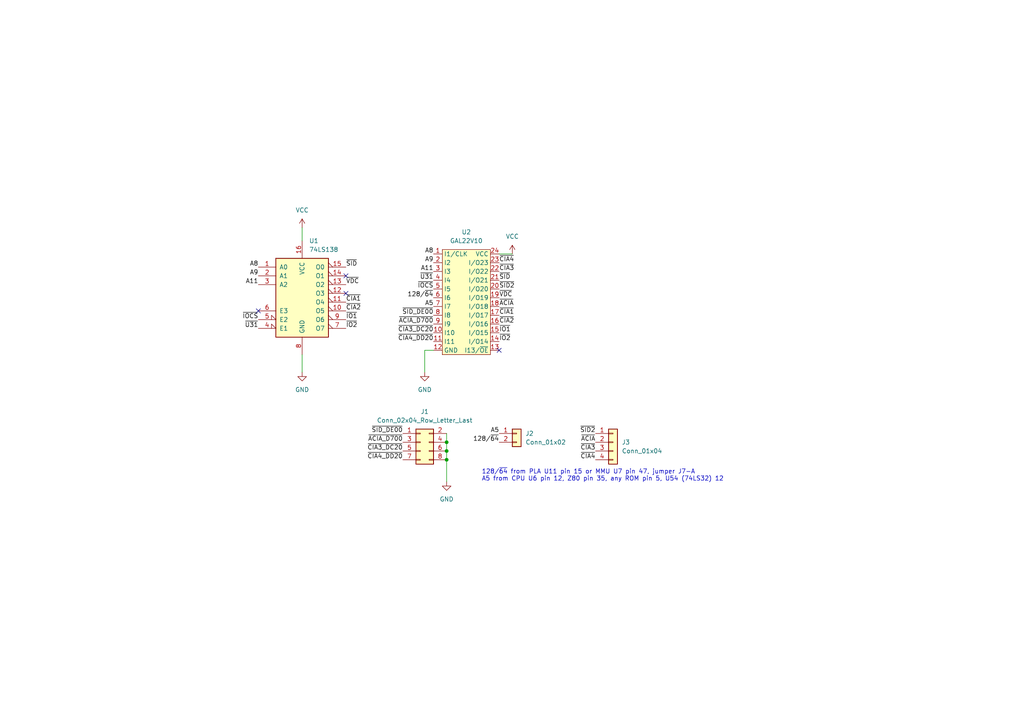
<source format=kicad_sch>
(kicad_sch (version 20211123) (generator eeschema)
  (paper "A4")
  (title_block (title "C128DCR U3 address decoder") (date "2022-12-11") (rev "1") (company "YTM Enterprises") (comment 1 "Maciej Witkowiak, <ytm@elysium.pl>"))
  (lib_symbols
    (symbol "74xx:74LS138" (pin_names (offset 1.016))
      (property "Reference" "U" (at -7.62 11.43 0))
      (property "Value" "74LS138" (at -7.62 -13.97 0))
      (symbol "74LS138_1_0"
        (pin input line (at -12.7 7.62 0) (length 5.08) (name "A0") (number "1"))
        (pin output output_low (at 12.7 -5.08 180) (length 5.08) (name "O5") (number "10"))
        (pin output output_low (at 12.7 -2.54 180) (length 5.08) (name "O4") (number "11"))
        (pin output output_low (at 12.7 0 180) (length 5.08) (name "O3") (number "12"))
        (pin output output_low (at 12.7 2.54 180) (length 5.08) (name "O2") (number "13"))
        (pin output output_low (at 12.7 5.08 180) (length 5.08) (name "O1") (number "14"))
        (pin output output_low (at 12.7 7.62 180) (length 5.08) (name "O0") (number "15"))
        (pin power_in line (at 0 15.24 270) (length 5.08) (name "VCC") (number "16"))
        (pin input line (at -12.7 5.08 0) (length 5.08) (name "A1") (number "2"))
        (pin input line (at -12.7 2.54 0) (length 5.08) (name "A2") (number "3"))
        (pin input input_low (at -12.7 -10.16 0) (length 5.08) (name "E1") (number "4"))
        (pin input input_low (at -12.7 -7.62 0) (length 5.08) (name "E2") (number "5"))
        (pin input line (at -12.7 -5.08 0) (length 5.08) (name "E3") (number "6"))
        (pin output output_low (at 12.7 -10.16 180) (length 5.08) (name "O7") (number "7"))
        (pin power_in line (at 0 -17.78 90) (length 5.08) (name "GND") (number "8"))
        (pin output output_low (at 12.7 -7.62 180) (length 5.08) (name "O6") (number "9"))
      )
      (symbol "74LS138_1_1"
        (rectangle (start -7.62 10.16) (end 7.62 -12.7) (stroke (width 0.254)) (fill (type background)))
      )
    )
    (symbol "Connector_Generic:Conn_01x02" (pin_names (offset 1.016) hide)
      (property "Reference" "J" (at 0 2.54 0))
      (property "Value" "Conn_01x02" (at 0 -5.08 0))
      (symbol "Conn_01x02_1_1"
        (rectangle (start -1.27 -2.413) (end 0 -2.667) (stroke (width 0.1524)))
        (rectangle (start -1.27 0.127) (end 0 -0.127) (stroke (width 0.1524)))
        (rectangle (start -1.27 1.27) (end 1.27 -3.81) (stroke (width 0.254)) (fill (type background)))
        (pin passive line (at -5.08 0 0) (length 3.81) (name "Pin_1") (number "1"))
        (pin passive line (at -5.08 -2.54 0) (length 3.81) (name "Pin_2") (number "2"))
      )
    )
    (symbol "Connector_Generic:Conn_01x04" (pin_names (offset 1.016) hide)
      (property "Reference" "J" (at 0 5.08 0))
      (property "Value" "Conn_01x04" (at 0 -7.62 0))
      (symbol "Conn_01x04_1_1"
        (rectangle (start -1.27 -4.953) (end 0 -5.207) (stroke (width 0.1524)))
        (rectangle (start -1.27 -2.413) (end 0 -2.667) (stroke (width 0.1524)))
        (rectangle (start -1.27 0.127) (end 0 -0.127) (stroke (width 0.1524)))
        (rectangle (start -1.27 2.667) (end 0 2.413) (stroke (width 0.1524)))
        (rectangle (start -1.27 3.81) (end 1.27 -6.35) (stroke (width 0.254)) (fill (type background)))
        (pin passive line (at -5.08 2.54 0) (length 3.81) (name "Pin_1") (number "1"))
        (pin passive line (at -5.08 0 0) (length 3.81) (name "Pin_2") (number "2"))
        (pin passive line (at -5.08 -2.54 0) (length 3.81) (name "Pin_3") (number "3"))
        (pin passive line (at -5.08 -5.08 0) (length 3.81) (name "Pin_4") (number "4"))
      )
    )
    (symbol "Connector_Generic:Conn_02x04_Odd_Even" (pin_names (offset 1.016) hide)
      (property "Reference" "J" (at 1.27 5.08 0))
      (property "Value" "Conn_02x04_Odd_Even" (at 1.27 -7.62 0))
      (symbol "Conn_02x04_Odd_Even_1_1"
        (rectangle (start -1.27 -4.953) (end 0 -5.207) (stroke (width 0.1524)))
        (rectangle (start -1.27 -2.413) (end 0 -2.667) (stroke (width 0.1524)))
        (rectangle (start -1.27 0.127) (end 0 -0.127) (stroke (width 0.1524)))
        (rectangle (start -1.27 2.667) (end 0 2.413) (stroke (width 0.1524)))
        (rectangle (start -1.27 3.81) (end 3.81 -6.35) (stroke (width 0.254)) (fill (type background)))
        (rectangle (start 3.81 -4.953) (end 2.54 -5.207) (stroke (width 0.1524)))
        (rectangle (start 3.81 -2.413) (end 2.54 -2.667) (stroke (width 0.1524)))
        (rectangle (start 3.81 0.127) (end 2.54 -0.127) (stroke (width 0.1524)))
        (rectangle (start 3.81 2.667) (end 2.54 2.413) (stroke (width 0.1524)))
        (pin passive line (at -5.08 2.54 0) (length 3.81) (name "Pin_1") (number "1"))
        (pin passive line (at 7.62 2.54 180) (length 3.81) (name "Pin_2") (number "2"))
        (pin passive line (at -5.08 0 0) (length 3.81) (name "Pin_3") (number "3"))
        (pin passive line (at 7.62 0 180) (length 3.81) (name "Pin_4") (number "4"))
        (pin passive line (at -5.08 -2.54 0) (length 3.81) (name "Pin_5") (number "5"))
        (pin passive line (at 7.62 -2.54 180) (length 3.81) (name "Pin_6") (number "6"))
        (pin passive line (at -5.08 -5.08 0) (length 3.81) (name "Pin_7") (number "7"))
        (pin passive line (at 7.62 -5.08 180) (length 3.81) (name "Pin_8") (number "8"))
      )
    )
    (symbol "GAL:GAL20V10"
      (property "Reference" "U" (at -6.35 -1.27 0))
      (property "Value" "GAL20V10" (at 5.08 -1.27 0))
      (symbol "GAL20V10_0_1"
        (rectangle (start -6.35 -2.54) (end 7.62 -33.02) (fill (type background)))
      )
      (symbol "GAL20V10_1_1"
        (pin input line (at -8.89 -3.81 0) (length 2.54) (name "I1/CLK") (number "1"))
        (pin input line (at -8.89 -26.67 0) (length 2.54) (name "I10") (number "10"))
        (pin input line (at -8.89 -29.21 0) (length 2.54) (name "I11") (number "11"))
        (pin power_in line (at -8.89 -31.75 0) (length 2.54) (name "GND") (number "12"))
        (pin input line (at 10.16 -31.75 180) (length 2.54) (name "I13/~{OE}") (number "13"))
        (pin tri_state line (at 10.16 -29.21 180) (length 2.54) (name "I/O14") (number "14"))
        (pin tri_state line (at 10.16 -26.67 180) (length 2.54) (name "I/O15") (number "15"))
        (pin tri_state line (at 10.16 -24.13 180) (length 2.54) (name "I/O16") (number "16"))
        (pin tri_state line (at 10.16 -21.59 180) (length 2.54) (name "I/O17") (number "17"))
        (pin tri_state line (at 10.16 -19.05 180) (length 2.54) (name "I/O18") (number "18"))
        (pin tri_state line (at 10.16 -16.51 180) (length 2.54) (name "I/O19") (number "19"))
        (pin input line (at -8.89 -6.35 0) (length 2.54) (name "I2") (number "2"))
        (pin tri_state line (at 10.16 -13.97 180) (length 2.54) (name "I/O20") (number "20"))
        (pin tri_state line (at 10.16 -11.43 180) (length 2.54) (name "I/O21") (number "21"))
        (pin tri_state line (at 10.16 -8.89 180) (length 2.54) (name "I/O22") (number "22"))
        (pin tri_state line (at 10.16 -6.35 180) (length 2.54) (name "I/O23") (number "23"))
        (pin power_in line (at 10.16 -3.81 180) (length 2.54) (name "VCC") (number "24"))
        (pin input line (at -8.89 -8.89 0) (length 2.54) (name "I3") (number "3"))
        (pin input line (at -8.89 -11.43 0) (length 2.54) (name "I4") (number "4"))
        (pin input line (at -8.89 -13.97 0) (length 2.54) (name "I5") (number "5"))
        (pin input line (at -8.89 -16.51 0) (length 2.54) (name "I6") (number "6"))
        (pin input line (at -8.89 -19.05 0) (length 2.54) (name "I7") (number "7"))
        (pin input line (at -8.89 -21.59 0) (length 2.54) (name "I8") (number "8"))
        (pin input line (at -8.89 -24.13 0) (length 2.54) (name "I9") (number "9"))
      )
    )
    (symbol "power:GND" (power) (pin_names (offset 0))
      (property "Value" "GND" (at 0 -3.81 0))
      (symbol "GND_0_1"
        (polyline (pts (xy 0 0) (xy 0 -1.27) (xy 1.27 -1.27) (xy 0 -2.54) (xy -1.27 -1.27) (xy 0 -1.27)))
      )
      (symbol "GND_1_1"
        (pin power_in line (at 0 0 270) (length 0) hide (name "GND") (number "1"))
      )
    )
    (symbol "power:VCC" (power) (pin_names (offset 0))
      (property "Value" "VCC" (at 0 3.81 0))
      (symbol "VCC_0_1"
        (polyline (pts (xy -0.762 1.27) (xy 0 2.54)))
        (polyline (pts (xy 0 0) (xy 0 2.54)))
        (polyline (pts (xy 0 2.54) (xy 0.762 1.27)))
      )
      (symbol "VCC_1_1"
        (pin power_in line (at 0 0 90) (length 0) hide (name "VCC") (number "1"))
      )
    )
  )
  (junction (at 129.54 130.81))
  (junction (at 129.54 133.35))
  (junction (at 129.54 128.27))
  (no_connect (at 74.93 90.17))
  (no_connect (at 144.78 101.6))
  (no_connect (at 100.33 80.01))
  (no_connect (at 100.33 85.09))
  (wire (pts (xy 87.63 66.04) (xy 87.63 69.85)))
  (wire (pts (xy 129.54 125.73) (xy 129.54 128.27)))
  (wire (pts (xy 129.54 128.27) (xy 129.54 130.81)))
  (wire (pts (xy 123.19 101.6) (xy 125.73 101.6)))
  (wire (pts (xy 123.19 107.95) (xy 123.19 101.6)))
  (wire (pts (xy 129.54 130.81) (xy 129.54 133.35)))
  (wire (pts (xy 144.78 73.66) (xy 148.59 73.66)))
  (wire (pts (xy 129.54 133.35) (xy 129.54 139.7)))
  (wire (pts (xy 87.63 102.87) (xy 87.63 107.95)))
  (text "128/~{64} from PLA U11 pin 15 or MMU U7 pin 47, jumper J7-A\nA5 from CPU U6 pin 12, Z80 pin 35, any ROM pin 5, U54 (74LS32) 12" (at 139.7 139.7 0) (effects (font (size 1.27 1.27)) (justify left bottom)))
  (label "~{ACIA_D700}" (at 125.73 93.98 180))
  (label "~{IO2}" (at 100.33 95.25 0))
  (label "128{slash}~{64}" (at 125.73 86.36 180))
  (label "~{CIA3_DC20}" (at 125.73 96.52 180))
  (label "A5" (at 144.78 125.73 180))
  (label "~{IOCS}" (at 74.93 92.71 180))
  (label "~{CIA2}" (at 144.78 93.98 0))
  (label "A11" (at 125.73 78.74 180))
  (label "A8" (at 125.73 73.66 180))
  (label "~{VDC}" (at 100.33 82.55 0))
  (label "A9" (at 74.93 80.01 180))
  (label "~{ACIA}" (at 144.78 88.9 0))
  (label "~{CIA3}" (at 144.78 78.74 0))
  (label "~{IOCS}" (at 125.73 83.82 180))
  (label "A8" (at 74.93 77.47 180))
  (label "~{SID_DE00}" (at 125.73 91.44 180))
  (label "~{IO2}" (at 144.78 99.06 0))
  (label "~{SID}" (at 144.78 81.28 0))
  (label "~{CIA4_DD20}" (at 125.73 99.06 180))
  (label "~{SID2}" (at 172.72 125.73 180))
  (label "~{IO1}" (at 100.33 92.71 0))
  (label "~{ACIA}" (at 172.72 128.27 180))
  (label "~{CIA4}" (at 172.72 133.35 180))
  (label "~{SID_DE00}" (at 116.84 125.73 180))
  (label "~{CIA4_DD20}" (at 116.84 133.35 180))
  (label "~{VDC}" (at 144.78 86.36 0))
  (label "~{CIA4}" (at 144.78 76.2 0))
  (label "~{CIA2}" (at 100.33 90.17 0))
  (label "~{U31}" (at 74.93 95.25 180))
  (label "~{CIA1}" (at 100.33 87.63 0))
  (label "A9" (at 125.73 76.2 180))
  (label "~{ACIA_D700}" (at 116.84 128.27 180))
  (label "A11" (at 74.93 82.55 180))
  (label "128{slash}~{64}" (at 144.78 128.27 180))
  (label "~{CIA1}" (at 144.78 91.44 0))
  (label "~{SID2}" (at 144.78 83.82 0))
  (label "~{IO1}" (at 144.78 96.52 0))
  (label "~{CIA3}" (at 172.72 130.81 180))
  (label "~{CIA3_DC20}" (at 116.84 130.81 180))
  (label "~{SID}" (at 100.33 77.47 0))
  (label "~{U31}" (at 125.73 81.28 180))
  (label "A5" (at 125.73 88.9 180))
  (symbol (lib_id "power:VCC") (at 87.63 66.04 0) (unit 1)
    (property "Reference" "#PWR01" (effects hide))
    (property "Value" "VCC" (at 87.63 60.96 0))
  )
  (symbol (lib_id "power:VCC") (at 148.59 73.66 0) (unit 1)
    (property "Reference" "#PWR05" (effects hide))
    (property "Value" "VCC" (at 148.59 68.58 0))
  )
  (symbol (lib_id "Connector_Generic:Conn_02x04_Odd_Even") (at 121.92 128.27 0) (unit 1)
    (property "Reference" "J1" (at 123.19 119.38 0))
    (property "Value" "Conn_02x04_Row_Letter_Last" (at 123.19 121.92 0))
    (property "Footprint" "Connector_PinHeader_2.54mm:PinHeader_2x04_P2.54mm_Vertical" (effects hide))
  )
  (symbol (lib_id "power:GND") (at 87.63 107.95 0) (unit 1)
    (property "Reference" "#PWR02" (effects hide))
    (property "Value" "GND" (at 87.63 113.03 0))
  )
  (symbol (lib_id "Connector_Generic:Conn_01x02") (at 149.86 125.73 0) (unit 1)
    (property "Reference" "J2" (at 152.4 125.7299 0) (effects (justify left)))
    (property "Value" "Conn_01x02" (at 152.4 128.2699 0) (effects (justify left)))
    (property "Footprint" "Connector_PinHeader_2.54mm:PinHeader_1x02_P2.54mm_Vertical" (effects hide))
  )
  (symbol (lib_id "Connector_Generic:Conn_01x04") (at 177.8 128.27 0) (unit 1)
    (property "Reference" "J3" (at 180.34 128.2699 0) (effects (justify left)))
    (property "Value" "Conn_01x04" (at 180.34 130.8099 0) (effects (justify left)))
    (property "Footprint" "Connector_PinHeader_2.54mm:PinHeader_1x04_P2.54mm_Vertical" (effects hide))
  )
  (symbol (lib_id "power:GND") (at 123.19 107.95 0) (unit 1)
    (property "Reference" "#PWR03" (effects hide))
    (property "Value" "GND" (at 123.19 113.03 0))
  )
  (symbol (lib_id "74xx:74LS138") (at 87.63 85.09 0) (unit 1)
    (property "Reference" "U1" (at 89.6494 69.85 0) (effects (justify left)))
    (property "Value" "74LS138" (at 89.6494 72.39 0) (effects (justify left)))
    (property "Footprint" "Package_DIP:DIP-16_W7.62mm_LongPads" (effects hide))
    (property "Datasheet" "http://www.ti.com/lit/gpn/sn74LS138" (effects hide))
  )
  (symbol (lib_id "power:GND") (at 129.54 139.7 0) (unit 1)
    (property "Reference" "#PWR04" (effects hide))
    (property "Value" "GND" (at 129.54 144.78 0))
  )
  (symbol (lib_id "GAL:GAL20V10") (at 134.62 69.85 0) (unit 1)
    (property "Reference" "U2" (at 135.255 67.31 0))
    (property "Value" "GAL22V10" (at 135.255 69.85 0))
    (property "Footprint" "Package_DIP:DIP-24_W7.62mm_LongPads" (effects hide))
    (property "Datasheet" "http://web.mit.edu/6.115/www/document/gal22v10.pdf" (effects hide))
  )
)
</source>
